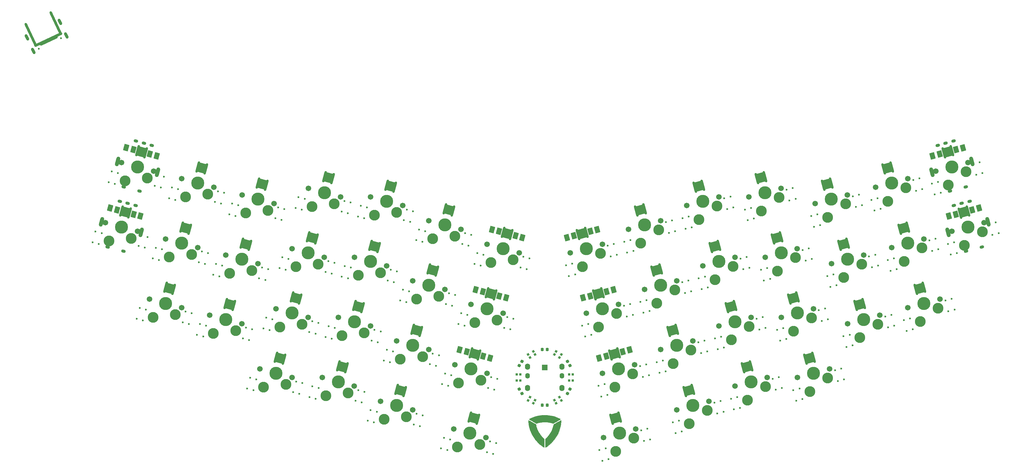
<source format=gbr>
%TF.GenerationSoftware,KiCad,Pcbnew,8.0.6*%
%TF.CreationDate,2024-12-13T19:23:41-05:00*%
%TF.ProjectId,10133,31303133-332e-46b6-9963-61645f706362,rev?*%
%TF.SameCoordinates,Original*%
%TF.FileFunction,Soldermask,Top*%
%TF.FilePolarity,Negative*%
%FSLAX46Y46*%
G04 Gerber Fmt 4.6, Leading zero omitted, Abs format (unit mm)*
G04 Created by KiCad (PCBNEW 8.0.6) date 2024-12-13 19:23:41*
%MOMM*%
%LPD*%
G01*
G04 APERTURE LIST*
G04 Aperture macros list*
%AMRoundRect*
0 Rectangle with rounded corners*
0 $1 Rounding radius*
0 $2 $3 $4 $5 $6 $7 $8 $9 X,Y pos of 4 corners*
0 Add a 4 corners polygon primitive as box body*
4,1,4,$2,$3,$4,$5,$6,$7,$8,$9,$2,$3,0*
0 Add four circle primitives for the rounded corners*
1,1,$1+$1,$2,$3*
1,1,$1+$1,$4,$5*
1,1,$1+$1,$6,$7*
1,1,$1+$1,$8,$9*
0 Add four rect primitives between the rounded corners*
20,1,$1+$1,$2,$3,$4,$5,0*
20,1,$1+$1,$4,$5,$6,$7,0*
20,1,$1+$1,$6,$7,$8,$9,0*
20,1,$1+$1,$8,$9,$2,$3,0*%
%AMHorizOval*
0 Thick line with rounded ends*
0 $1 width*
0 $2 $3 position (X,Y) of the first rounded end (center of the circle)*
0 $4 $5 position (X,Y) of the second rounded end (center of the circle)*
0 Add line between two ends*
20,1,$1,$2,$3,$4,$5,0*
0 Add two circle primitives to create the rounded ends*
1,1,$1,$2,$3*
1,1,$1,$4,$5*%
%AMRotRect*
0 Rectangle, with rotation*
0 The origin of the aperture is its center*
0 $1 length*
0 $2 width*
0 $3 Rotation angle, in degrees counterclockwise*
0 Add horizontal line*
21,1,$1,$2,0,0,$3*%
G04 Aperture macros list end*
%ADD10C,0.010000*%
%ADD11O,1.600000X1.900000*%
%ADD12O,1.400000X1.700000*%
%ADD13C,2.700000*%
%ADD14RotRect,1.500000X2.000000X15.000000*%
%ADD15RoundRect,0.225000X0.225000X0.250000X-0.225000X0.250000X-0.225000X-0.250000X0.225000X-0.250000X0*%
%ADD16HorizOval,1.200000X0.232937X0.869333X-0.232937X-0.869333X0*%
%ADD17HorizOval,0.900000X-0.241481X0.064705X0.241481X-0.064705X0*%
%ADD18RotRect,0.700000X0.700000X150.000000*%
%ADD19R,0.700000X0.700000*%
%ADD20RoundRect,0.225000X-0.104006X0.319856X-0.329006X-0.069856X0.104006X-0.319856X0.329006X0.069856X0*%
%ADD21RotRect,0.700000X0.700000X210.000000*%
%ADD22RotRect,1.500000X2.000000X345.000000*%
%ADD23RotRect,0.700000X0.700000X30.000000*%
%ADD24RoundRect,0.225000X0.329006X-0.069856X0.104006X0.319856X-0.329006X0.069856X-0.104006X-0.319856X0*%
%ADD25RoundRect,0.225000X-0.225000X-0.250000X0.225000X-0.250000X0.225000X0.250000X-0.225000X0.250000X0*%
%ADD26HorizOval,1.200000X-0.232937X0.869333X0.232937X-0.869333X0*%
%ADD27HorizOval,0.900000X0.241481X0.064705X-0.241481X-0.064705X0*%
%ADD28RotRect,0.700000X0.700000X330.000000*%
%ADD29RoundRect,0.225000X-0.329006X0.069856X-0.104006X-0.319856X0.329006X-0.069856X0.104006X0.319856X0*%
%ADD30RoundRect,0.225000X0.104006X-0.319856X0.329006X0.069856X-0.104006X0.319856X-0.329006X-0.069856X0*%
%ADD31C,1.701800*%
%ADD32C,3.987800*%
%ADD33C,3.300000*%
%ADD34C,0.600000*%
%ADD35HorizOval,0.750000X0.362347X-1.352296X-0.362347X1.352296X0*%
%ADD36HorizOval,0.725000X1.195333X0.320289X-1.195333X-0.320289X0*%
%ADD37C,2.000000*%
%ADD38C,2.500000*%
%ADD39HorizOval,0.750000X-0.362347X-1.352296X0.362347X1.352296X0*%
%ADD40HorizOval,0.725000X1.195333X-0.320289X-1.195333X0.320289X0*%
%ADD41HorizOval,0.750000X0.362347X1.352296X-0.362347X-1.352296X0*%
%ADD42HorizOval,0.725000X-1.195333X0.320289X1.195333X-0.320289X0*%
%ADD43HorizOval,0.750000X-0.362347X1.352296X0.362347X-1.352296X0*%
%ADD44HorizOval,0.725000X-1.195333X-0.320289X1.195333X0.320289X0*%
%ADD45R,1.700000X1.700000*%
%ADD46HorizOval,0.800000X1.533374X-3.257110X-1.533374X3.257110X0*%
%ADD47HorizOval,0.800000X3.890437X1.831530X-3.890437X-1.831530X0*%
%ADD48HorizOval,0.800000X2.352357X1.107437X-2.352357X-1.107437X0*%
%ADD49HorizOval,0.900000X-0.244914X0.520233X0.244914X-0.520233X0*%
G04 APERTURE END LIST*
D10*
%TO.C,G\u002A\u002A\u002A*%
X-4926391Y-30520105D02*
X-4899663Y-30530641D01*
X-4839774Y-30560644D01*
X-4750121Y-30608232D01*
X-4634098Y-30671524D01*
X-4495102Y-30748638D01*
X-4336527Y-30837692D01*
X-4161769Y-30936805D01*
X-3974225Y-31044094D01*
X-3809167Y-31139230D01*
X-2740250Y-31757416D01*
X-2653603Y-32106666D01*
X-2585553Y-32369822D01*
X-2518747Y-32603533D01*
X-2449261Y-32820371D01*
X-2373170Y-33032908D01*
X-2327165Y-33152316D01*
X-2103771Y-33667321D01*
X-1848790Y-34157188D01*
X-1560335Y-34624758D01*
X-1236524Y-35072872D01*
X-875472Y-35504371D01*
X-517750Y-35880241D01*
X-157917Y-36237215D01*
X-152126Y-37450081D01*
X-151163Y-37731844D01*
X-151101Y-37981488D01*
X-151923Y-38197508D01*
X-153610Y-38378397D01*
X-156143Y-38522650D01*
X-159505Y-38628761D01*
X-163678Y-38695224D01*
X-167477Y-38718557D01*
X-200397Y-38764143D01*
X-237629Y-38774166D01*
X-270720Y-38762710D01*
X-331760Y-38730960D01*
X-413979Y-38682844D01*
X-510606Y-38622290D01*
X-593345Y-38567791D01*
X-1114586Y-38194364D01*
X-1601395Y-37798205D01*
X-2056618Y-37376641D01*
X-2483101Y-36926999D01*
X-2883693Y-36446606D01*
X-2965987Y-36340000D01*
X-3339812Y-35814576D01*
X-3678002Y-35267454D01*
X-3979766Y-34700767D01*
X-4244312Y-34116652D01*
X-4470848Y-33517246D01*
X-4658582Y-32904683D01*
X-4806721Y-32281100D01*
X-4914475Y-31648632D01*
X-4981051Y-31009416D01*
X-4989194Y-30883710D01*
X-4995799Y-30749782D01*
X-4997008Y-30652479D01*
X-4991877Y-30586330D01*
X-4979459Y-30545862D01*
X-4958810Y-30525602D01*
X-4928985Y-30520079D01*
X-4926391Y-30520105D01*
G36*
X-4926391Y-30520105D02*
G01*
X-4899663Y-30530641D01*
X-4839774Y-30560644D01*
X-4750121Y-30608232D01*
X-4634098Y-30671524D01*
X-4495102Y-30748638D01*
X-4336527Y-30837692D01*
X-4161769Y-30936805D01*
X-3974225Y-31044094D01*
X-3809167Y-31139230D01*
X-2740250Y-31757416D01*
X-2653603Y-32106666D01*
X-2585553Y-32369822D01*
X-2518747Y-32603533D01*
X-2449261Y-32820371D01*
X-2373170Y-33032908D01*
X-2327165Y-33152316D01*
X-2103771Y-33667321D01*
X-1848790Y-34157188D01*
X-1560335Y-34624758D01*
X-1236524Y-35072872D01*
X-875472Y-35504371D01*
X-517750Y-35880241D01*
X-157917Y-36237215D01*
X-152126Y-37450081D01*
X-151163Y-37731844D01*
X-151101Y-37981488D01*
X-151923Y-38197508D01*
X-153610Y-38378397D01*
X-156143Y-38522650D01*
X-159505Y-38628761D01*
X-163678Y-38695224D01*
X-167477Y-38718557D01*
X-200397Y-38764143D01*
X-237629Y-38774166D01*
X-270720Y-38762710D01*
X-331760Y-38730960D01*
X-413979Y-38682844D01*
X-510606Y-38622290D01*
X-593345Y-38567791D01*
X-1114586Y-38194364D01*
X-1601395Y-37798205D01*
X-2056618Y-37376641D01*
X-2483101Y-36926999D01*
X-2883693Y-36446606D01*
X-2965987Y-36340000D01*
X-3339812Y-35814576D01*
X-3678002Y-35267454D01*
X-3979766Y-34700767D01*
X-4244312Y-34116652D01*
X-4470848Y-33517246D01*
X-4658582Y-32904683D01*
X-4806721Y-32281100D01*
X-4914475Y-31648632D01*
X-4981051Y-31009416D01*
X-4989194Y-30883710D01*
X-4995799Y-30749782D01*
X-4997008Y-30652479D01*
X-4991877Y-30586330D01*
X-4979459Y-30545862D01*
X-4958810Y-30525602D01*
X-4928985Y-30520079D01*
X-4926391Y-30520105D01*
G37*
X4963361Y-30522899D02*
X4985855Y-30537755D01*
X5000093Y-30569215D01*
X5006973Y-30622764D01*
X5007391Y-30703884D01*
X5002245Y-30818060D01*
X4996277Y-30913590D01*
X4932576Y-31565068D01*
X4828746Y-32205142D01*
X4685629Y-32832345D01*
X4504069Y-33445211D01*
X4284910Y-34042273D01*
X4028995Y-34622065D01*
X3737167Y-35183121D01*
X3410270Y-35723975D01*
X3049148Y-36243159D01*
X2654643Y-36739209D01*
X2227600Y-37210657D01*
X1768862Y-37656038D01*
X1279272Y-38073885D01*
X759674Y-38462731D01*
X585017Y-38582260D01*
X456527Y-38665810D01*
X357097Y-38724438D01*
X282878Y-38759853D01*
X230021Y-38773762D01*
X194676Y-38767872D01*
X184277Y-38760055D01*
X181733Y-38736907D01*
X179337Y-38675158D01*
X177129Y-38578541D01*
X175152Y-38450789D01*
X173446Y-38295635D01*
X172053Y-38116810D01*
X171014Y-37918048D01*
X170372Y-37703080D01*
X170166Y-37489007D01*
X170166Y-36232070D01*
X547084Y-35857410D01*
X946937Y-35432434D01*
X1308402Y-34990207D01*
X1632196Y-34529458D01*
X1919034Y-34048915D01*
X2169632Y-33547307D01*
X2384706Y-33023362D01*
X2564972Y-32475807D01*
X2667786Y-32090365D01*
X2695124Y-31979429D01*
X2719434Y-31883806D01*
X2738823Y-31810700D01*
X2751401Y-31767318D01*
X2754862Y-31758582D01*
X2778738Y-31742426D01*
X2835144Y-31708043D01*
X2920114Y-31657689D01*
X3029684Y-31593624D01*
X3159887Y-31518104D01*
X3306759Y-31433387D01*
X3466334Y-31341731D01*
X3634646Y-31245394D01*
X3807730Y-31146634D01*
X3981621Y-31047708D01*
X4152354Y-30950874D01*
X4315962Y-30858390D01*
X4468481Y-30772513D01*
X4605945Y-30695502D01*
X4724389Y-30629613D01*
X4819847Y-30577106D01*
X4888354Y-30540237D01*
X4925945Y-30521264D01*
X4931712Y-30519166D01*
X4963361Y-30522899D01*
G36*
X4963361Y-30522899D02*
G01*
X4985855Y-30537755D01*
X5000093Y-30569215D01*
X5006973Y-30622764D01*
X5007391Y-30703884D01*
X5002245Y-30818060D01*
X4996277Y-30913590D01*
X4932576Y-31565068D01*
X4828746Y-32205142D01*
X4685629Y-32832345D01*
X4504069Y-33445211D01*
X4284910Y-34042273D01*
X4028995Y-34622065D01*
X3737167Y-35183121D01*
X3410270Y-35723975D01*
X3049148Y-36243159D01*
X2654643Y-36739209D01*
X2227600Y-37210657D01*
X1768862Y-37656038D01*
X1279272Y-38073885D01*
X759674Y-38462731D01*
X585017Y-38582260D01*
X456527Y-38665810D01*
X357097Y-38724438D01*
X282878Y-38759853D01*
X230021Y-38773762D01*
X194676Y-38767872D01*
X184277Y-38760055D01*
X181733Y-38736907D01*
X179337Y-38675158D01*
X177129Y-38578541D01*
X175152Y-38450789D01*
X173446Y-38295635D01*
X172053Y-38116810D01*
X171014Y-37918048D01*
X170372Y-37703080D01*
X170166Y-37489007D01*
X170166Y-36232070D01*
X547084Y-35857410D01*
X946937Y-35432434D01*
X1308402Y-34990207D01*
X1632196Y-34529458D01*
X1919034Y-34048915D01*
X2169632Y-33547307D01*
X2384706Y-33023362D01*
X2564972Y-32475807D01*
X2667786Y-32090365D01*
X2695124Y-31979429D01*
X2719434Y-31883806D01*
X2738823Y-31810700D01*
X2751401Y-31767318D01*
X2754862Y-31758582D01*
X2778738Y-31742426D01*
X2835144Y-31708043D01*
X2920114Y-31657689D01*
X3029684Y-31593624D01*
X3159887Y-31518104D01*
X3306759Y-31433387D01*
X3466334Y-31341731D01*
X3634646Y-31245394D01*
X3807730Y-31146634D01*
X3981621Y-31047708D01*
X4152354Y-30950874D01*
X4315962Y-30858390D01*
X4468481Y-30772513D01*
X4605945Y-30695502D01*
X4724389Y-30629613D01*
X4819847Y-30577106D01*
X4888354Y-30540237D01*
X4925945Y-30521264D01*
X4931712Y-30519166D01*
X4963361Y-30522899D01*
G37*
X556072Y-28925746D02*
X1186509Y-28980694D01*
X1812641Y-29075807D01*
X2432588Y-29211020D01*
X3044474Y-29386268D01*
X3646419Y-29601484D01*
X4236544Y-29856603D01*
X4450230Y-29960452D01*
X4566596Y-30019172D01*
X4650116Y-30062975D01*
X4706013Y-30095459D01*
X4739511Y-30120223D01*
X4755832Y-30140864D01*
X4760201Y-30160980D01*
X4759370Y-30173393D01*
X4754646Y-30186917D01*
X4741697Y-30203571D01*
X4717821Y-30225043D01*
X4680314Y-30253018D01*
X4626476Y-30289183D01*
X4553602Y-30335225D01*
X4458991Y-30392830D01*
X4339939Y-30463684D01*
X4193745Y-30549473D01*
X4017706Y-30651885D01*
X3809119Y-30772605D01*
X3675190Y-30849928D01*
X3479515Y-30962622D01*
X3294555Y-31068741D01*
X3123593Y-31166430D01*
X2969913Y-31253832D01*
X2836796Y-31329089D01*
X2727526Y-31390346D01*
X2645386Y-31435745D01*
X2593659Y-31463429D01*
X2575850Y-31471666D01*
X2548608Y-31465824D01*
X2488907Y-31449793D01*
X2404752Y-31425819D01*
X2304151Y-31396147D01*
X2271172Y-31386232D01*
X1712754Y-31239410D01*
X1149366Y-31134424D01*
X582513Y-31071274D01*
X13699Y-31049958D01*
X-555571Y-31070478D01*
X-1123792Y-31132833D01*
X-1689462Y-31237023D01*
X-2251074Y-31383048D01*
X-2262294Y-31386407D01*
X-2366689Y-31417251D01*
X-2457212Y-31443075D01*
X-2525833Y-31461657D01*
X-2564521Y-31470774D01*
X-2569211Y-31471331D01*
X-2591269Y-31460961D01*
X-2646610Y-31431237D01*
X-2731900Y-31384043D01*
X-2843802Y-31321265D01*
X-2978982Y-31244789D01*
X-3134104Y-31156499D01*
X-3305832Y-31058281D01*
X-3490831Y-30952021D01*
X-3639834Y-30866132D01*
X-3833616Y-30754001D01*
X-4017140Y-30647301D01*
X-4186989Y-30548054D01*
X-4339746Y-30458279D01*
X-4471992Y-30379999D01*
X-4580310Y-30315233D01*
X-4661282Y-30266003D01*
X-4711491Y-30234329D01*
X-4726841Y-30223372D01*
X-4750842Y-30194284D01*
X-4757110Y-30166281D01*
X-4742196Y-30136407D01*
X-4702648Y-30101708D01*
X-4635015Y-30059227D01*
X-4535846Y-30006008D01*
X-4401688Y-29939097D01*
X-4385871Y-29931371D01*
X-4254687Y-29868315D01*
X-4118716Y-29804573D01*
X-3989548Y-29745470D01*
X-3878770Y-29696328D01*
X-3819750Y-29671274D01*
X-3211771Y-29443222D01*
X-2594948Y-29255795D01*
X-1971161Y-29108929D01*
X-1342286Y-29002556D01*
X-710204Y-28936612D01*
X-76791Y-28911031D01*
X556072Y-28925746D01*
G36*
X556072Y-28925746D02*
G01*
X1186509Y-28980694D01*
X1812641Y-29075807D01*
X2432588Y-29211020D01*
X3044474Y-29386268D01*
X3646419Y-29601484D01*
X4236544Y-29856603D01*
X4450230Y-29960452D01*
X4566596Y-30019172D01*
X4650116Y-30062975D01*
X4706013Y-30095459D01*
X4739511Y-30120223D01*
X4755832Y-30140864D01*
X4760201Y-30160980D01*
X4759370Y-30173393D01*
X4754646Y-30186917D01*
X4741697Y-30203571D01*
X4717821Y-30225043D01*
X4680314Y-30253018D01*
X4626476Y-30289183D01*
X4553602Y-30335225D01*
X4458991Y-30392830D01*
X4339939Y-30463684D01*
X4193745Y-30549473D01*
X4017706Y-30651885D01*
X3809119Y-30772605D01*
X3675190Y-30849928D01*
X3479515Y-30962622D01*
X3294555Y-31068741D01*
X3123593Y-31166430D01*
X2969913Y-31253832D01*
X2836796Y-31329089D01*
X2727526Y-31390346D01*
X2645386Y-31435745D01*
X2593659Y-31463429D01*
X2575850Y-31471666D01*
X2548608Y-31465824D01*
X2488907Y-31449793D01*
X2404752Y-31425819D01*
X2304151Y-31396147D01*
X2271172Y-31386232D01*
X1712754Y-31239410D01*
X1149366Y-31134424D01*
X582513Y-31071274D01*
X13699Y-31049958D01*
X-555571Y-31070478D01*
X-1123792Y-31132833D01*
X-1689462Y-31237023D01*
X-2251074Y-31383048D01*
X-2262294Y-31386407D01*
X-2366689Y-31417251D01*
X-2457212Y-31443075D01*
X-2525833Y-31461657D01*
X-2564521Y-31470774D01*
X-2569211Y-31471331D01*
X-2591269Y-31460961D01*
X-2646610Y-31431237D01*
X-2731900Y-31384043D01*
X-2843802Y-31321265D01*
X-2978982Y-31244789D01*
X-3134104Y-31156499D01*
X-3305832Y-31058281D01*
X-3490831Y-30952021D01*
X-3639834Y-30866132D01*
X-3833616Y-30754001D01*
X-4017140Y-30647301D01*
X-4186989Y-30548054D01*
X-4339746Y-30458279D01*
X-4471992Y-30379999D01*
X-4580310Y-30315233D01*
X-4661282Y-30266003D01*
X-4711491Y-30234329D01*
X-4726841Y-30223372D01*
X-4750842Y-30194284D01*
X-4757110Y-30166281D01*
X-4742196Y-30136407D01*
X-4702648Y-30101708D01*
X-4635015Y-30059227D01*
X-4535846Y-30006008D01*
X-4401688Y-29939097D01*
X-4385871Y-29931371D01*
X-4254687Y-29868315D01*
X-4118716Y-29804573D01*
X-3989548Y-29745470D01*
X-3878770Y-29696328D01*
X-3819750Y-29671274D01*
X-3211771Y-29443222D01*
X-2594948Y-29255795D01*
X-1971161Y-29108929D01*
X-1342286Y-29002556D01*
X-710204Y-28936612D01*
X-76791Y-28911031D01*
X556072Y-28925746D01*
G37*
%TD*%
D11*
%TO.C,S1*%
X-5250000Y-14147000D03*
D12*
X-5250000Y-16947000D03*
D11*
X-5249999Y-20647000D03*
X5249999Y-14147000D03*
D12*
X5250000Y-16947000D03*
D11*
X5250000Y-20647000D03*
%TD*%
D13*
%TO.C,J8*%
X12664555Y21976665D03*
D14*
X8920522Y25903957D03*
X13943336Y27249816D03*
X6759263Y25324850D03*
X16032151Y27809512D03*
%TD*%
D15*
%TO.C,C64*%
X775000Y-8897000D03*
X-775000Y-8897000D03*
%TD*%
D16*
%TO.C,E2*%
X-135320314Y30189543D03*
X-123149648Y26928423D03*
D17*
X-124879025Y35156379D03*
X-129708653Y36450473D03*
X-127293838Y35803427D03*
X-133461529Y22444550D03*
X-128631901Y21150455D03*
%TD*%
D18*
%TO.C,LED54*%
X4517413Y-11335624D03*
X5067413Y-10382996D03*
X3482587Y-9467996D03*
X2932587Y-10420624D03*
%TD*%
D19*
%TO.C,LED52*%
X-7450000Y-16482000D03*
X-8550000Y-16482000D03*
X-8550000Y-18312000D03*
X-7450000Y-18312000D03*
%TD*%
D13*
%TO.C,J7*%
X129233299Y28558589D03*
D14*
X125489266Y32485881D03*
X130512080Y33831740D03*
X123328007Y31906774D03*
X132600895Y34391436D03*
%TD*%
D20*
%TO.C,C69*%
X-6973715Y-12475830D03*
X-7748715Y-13818170D03*
%TD*%
D13*
%TO.C,J11*%
X17595069Y3575731D03*
D14*
X13851036Y7503023D03*
X18873850Y8848882D03*
X11689777Y6923916D03*
X20962665Y9408578D03*
%TD*%
D21*
%TO.C,LED53*%
X-2932587Y-10420624D03*
X-3482587Y-9467996D03*
X-5067413Y-10382996D03*
X-4517413Y-11335624D03*
%TD*%
D13*
%TO.C,J10*%
X-17596571Y3576445D03*
D22*
X-18875352Y8849596D03*
X-13852538Y7503737D03*
X-21036611Y9428704D03*
X-11763724Y6944041D03*
%TD*%
D13*
%TO.C,J6*%
X-129234612Y28559260D03*
D22*
X-130513393Y33832411D03*
X-125490579Y32486552D03*
X-132674652Y34411519D03*
X-123401765Y31926856D03*
%TD*%
D13*
%TO.C,J4*%
X-22527078Y-14824459D03*
D22*
X-23805859Y-9551308D03*
X-18783045Y-10897167D03*
X-25967118Y-8972200D03*
X-16694231Y-11456863D03*
%TD*%
D23*
%TO.C,LED50*%
X2932587Y-24373376D03*
X3482587Y-25326004D03*
X5067413Y-24411004D03*
X4517413Y-23458376D03*
%TD*%
D24*
%TO.C,C65*%
X7748715Y-13818170D03*
X6973715Y-12475830D03*
%TD*%
D19*
%TO.C,LED49*%
X7450000Y-18312000D03*
X8550000Y-18312000D03*
X8550000Y-16482000D03*
X7450000Y-16482000D03*
%TD*%
D13*
%TO.C,J3*%
X22525585Y-14825202D03*
D14*
X18781552Y-10897910D03*
X23804366Y-9552051D03*
X16620293Y-11477017D03*
X25893181Y-8992355D03*
%TD*%
D13*
%TO.C,J12*%
X-124304105Y46960163D03*
D22*
X-125582886Y52233314D03*
X-120560072Y50887455D03*
X-127744145Y52812422D03*
X-118471258Y50327759D03*
%TD*%
D25*
%TO.C,C67*%
X-775000Y-25897000D03*
X775000Y-25897000D03*
%TD*%
D13*
%TO.C,J9*%
X124302784Y46959523D03*
D14*
X120558751Y50886815D03*
X125581565Y52232674D03*
X118397492Y50307708D03*
X127670380Y52792370D03*
%TD*%
D26*
%TO.C,E4*%
X123148374Y26928422D03*
X135319040Y30189542D03*
D27*
X129707378Y36450474D03*
X124877749Y35156379D03*
X127292564Y35803426D03*
X128630625Y21150454D03*
X133460255Y22444549D03*
%TD*%
D26*
%TO.C,E3*%
X118217871Y45329325D03*
X130388537Y48590445D03*
D27*
X124776875Y54851377D03*
X119947246Y53557282D03*
X122362061Y54204329D03*
X123700122Y39551357D03*
X128529752Y40845452D03*
%TD*%
D13*
%TO.C,J5*%
X-12666065Y21977346D03*
D22*
X-13944846Y27250497D03*
X-8922032Y25904638D03*
X-16106105Y27829605D03*
X-6833218Y25344942D03*
%TD*%
D28*
%TO.C,LED51*%
X-4517413Y-23458376D03*
X-5067413Y-24411004D03*
X-3482587Y-25326004D03*
X-2932587Y-24373376D03*
%TD*%
D29*
%TO.C,C68*%
X-7748715Y-20975830D03*
X-6973715Y-22318170D03*
%TD*%
D30*
%TO.C,C66*%
X6973715Y-22318170D03*
X7748715Y-20975830D03*
%TD*%
D16*
%TO.C,E1*%
X-130389809Y48590445D03*
X-118219143Y45329325D03*
D17*
X-119948520Y53557281D03*
X-124778148Y54851375D03*
X-122363333Y54204329D03*
X-128531024Y40845452D03*
X-123701396Y39551357D03*
%TD*%
D31*
%TO.C,K37*%
X-129211379Y48274686D03*
D32*
X-124304476Y46959885D03*
D31*
X-119397573Y45645084D03*
D33*
X-121281699Y43520334D03*
D34*
X-118156434Y44442890D03*
X-119036882Y41157003D03*
X-116282071Y43942520D03*
X-117162987Y40654894D03*
X-133071892Y42289933D03*
X-132191440Y45575821D03*
X-130317544Y45073712D03*
X-131198460Y41786088D03*
D33*
X-128072728Y42710382D03*
%TD*%
D31*
%TO.C,K7*%
X7758154Y20662266D03*
D32*
X12665057Y21977067D03*
D31*
X17571960Y23291868D03*
D33*
X17002635Y20509715D03*
D34*
X20128366Y19585420D03*
X19247916Y22871307D03*
X21121345Y23375154D03*
X22002263Y20087529D03*
X6526778Y16834950D03*
X7407229Y13549064D03*
X8400674Y17337059D03*
X9281591Y14049434D03*
D33*
X11526406Y16412764D03*
%TD*%
D31*
%TO.C,K40*%
X-67934037Y-17449597D03*
D32*
X-63027134Y-18764398D03*
D31*
X-58120231Y-20079199D03*
D33*
X-60004357Y-22203949D03*
D34*
X-56879092Y-21281393D03*
X-57759540Y-24567280D03*
X-55004729Y-21781763D03*
X-55885645Y-25069389D03*
X-71794550Y-23434350D03*
X-70914098Y-20148462D03*
X-69040202Y-20650571D03*
X-69921118Y-23938195D03*
D33*
X-66795386Y-23013901D03*
%TD*%
D31*
%TO.C,K36*%
X110856408Y3912772D03*
D32*
X115763311Y5227573D03*
D31*
X120670214Y6542374D03*
D33*
X120100889Y3760221D03*
D34*
X123226620Y2835926D03*
X122346170Y6121813D03*
X124219599Y6625660D03*
X125100517Y3338035D03*
X109625032Y85456D03*
X110505483Y-3200430D03*
X111498928Y587565D03*
X112379845Y-2700060D03*
D33*
X114624660Y-336730D03*
%TD*%
D35*
%TO.C,LED26*%
X42776536Y-21725264D03*
D36*
X43726625Y-20344825D03*
D37*
X44008091Y-21395270D03*
D38*
X44008091Y-21395270D03*
D36*
X44008091Y-21395270D03*
X44008091Y-21395270D03*
X44289557Y-22445715D03*
D35*
X45239646Y-21065276D03*
%TD*%
D39*
%TO.C,LED9*%
X-110832639Y28558972D03*
D40*
X-109319619Y29279421D03*
D37*
X-109601084Y28228978D03*
D38*
X-109601084Y28228978D03*
D40*
X-109601084Y28228978D03*
X-109601084Y28228978D03*
X-109882549Y27178535D03*
D39*
X-108369529Y27898984D03*
%TD*%
D35*
%TO.C,LED37*%
X50700124Y22307234D03*
D36*
X51650213Y23687673D03*
D37*
X51931679Y22637228D03*
D38*
X51931679Y22637228D03*
D36*
X51931679Y22637228D03*
X51931679Y22637228D03*
X52213145Y21586783D03*
D35*
X53163234Y22967222D03*
%TD*%
D41*
%TO.C,LED1*%
X-10201881Y26247578D03*
D42*
X-11714901Y25527129D03*
D37*
X-11433436Y26577572D03*
D38*
X-11433436Y26577572D03*
D42*
X-11433436Y26577572D03*
X-11433436Y26577572D03*
X-11151971Y27628015D03*
D41*
X-12664991Y26907566D03*
%TD*%
D43*
%TO.C,LED33*%
X40309130Y-2664343D03*
D44*
X39359041Y-4044782D03*
D37*
X39077575Y-2994337D03*
D38*
X39077575Y-2994337D03*
D44*
X39077575Y-2994337D03*
X39077575Y-2994337D03*
X38796109Y-1943892D03*
D43*
X37846020Y-3324331D03*
%TD*%
D31*
%TO.C,K19*%
X12688762Y2261365D03*
D32*
X17595665Y3576166D03*
D31*
X22502568Y4890967D03*
D33*
X21933243Y2108814D03*
D34*
X25058974Y1184519D03*
X24178524Y4470406D03*
X26051953Y4974253D03*
X26932871Y1686628D03*
X11457386Y-1565951D03*
X12337837Y-4851837D03*
X13331282Y-1063842D03*
X14212199Y-4351467D03*
D33*
X16457014Y-1988137D03*
%TD*%
D31*
%TO.C,K47*%
X124326804Y27244181D03*
D32*
X129233707Y28558982D03*
D31*
X134140610Y29873783D03*
D33*
X133571285Y27091630D03*
D34*
X136697016Y26167335D03*
X135816566Y29453222D03*
X137689995Y29957069D03*
X138570913Y26669444D03*
X123095428Y23416865D03*
X123975879Y20130979D03*
X124969324Y23918974D03*
X125850241Y20631349D03*
D33*
X128095056Y22994679D03*
%TD*%
D43*
%TO.C,LED43*%
X105900777Y46959235D03*
D44*
X104950688Y45578796D03*
D37*
X104669222Y46629241D03*
D38*
X104669222Y46629241D03*
D44*
X104669222Y46629241D03*
X104669222Y46629241D03*
X104387756Y47679686D03*
D43*
X103437667Y46299247D03*
%TD*%
D39*
%TO.C,LED10*%
X-92431736Y23628465D03*
D40*
X-90918716Y24348914D03*
D37*
X-91200181Y23298471D03*
D38*
X-91200181Y23298471D03*
D40*
X-91200181Y23298471D03*
X-91200181Y23298471D03*
X-91481646Y22248028D03*
D39*
X-89968626Y22968477D03*
%TD*%
D43*
%TO.C,LED47*%
X30448100Y34137524D03*
D44*
X29498011Y32757085D03*
D37*
X29216545Y33807530D03*
D38*
X29216545Y33807530D03*
D44*
X29216545Y33807530D03*
X29216545Y33807530D03*
X28935079Y34857975D03*
D43*
X27984990Y33477536D03*
%TD*%
D35*
%TO.C,LED39*%
X89967249Y22967798D03*
D36*
X90917338Y24348237D03*
D37*
X91198804Y23297792D03*
D38*
X91198804Y23297792D03*
D36*
X91198804Y23297792D03*
X91198804Y23297792D03*
X91480270Y22247347D03*
D35*
X92430359Y23627786D03*
%TD*%
D31*
%TO.C,K32*%
X35403860Y-8908915D03*
D32*
X40310763Y-7594114D03*
D31*
X45217666Y-6279313D03*
D33*
X44648341Y-9061466D03*
D34*
X47774072Y-9985761D03*
X46893622Y-6699874D03*
X48767051Y-6196027D03*
X49647969Y-9483652D03*
X34172484Y-12736231D03*
X35052935Y-16022117D03*
X36046380Y-12234122D03*
X36927297Y-15521747D03*
D33*
X39172112Y-13158417D03*
%TD*%
D31*
%TO.C,K43*%
X17949553Y-35773066D03*
D32*
X22856456Y-34458265D03*
D31*
X27763359Y-33143464D03*
D33*
X27194034Y-35925617D03*
D34*
X30319765Y-36849912D03*
X29439315Y-33564025D03*
X31312744Y-33060178D03*
X32193662Y-36347803D03*
X16718177Y-39600382D03*
X17598628Y-42886268D03*
X18592073Y-39098273D03*
X19472990Y-42385898D03*
D33*
X21717805Y-40022568D03*
%TD*%
D43*
%TO.C,LED30*%
X97360873Y5226853D03*
D44*
X96410784Y3846414D03*
D37*
X96129318Y4896859D03*
D38*
X96129318Y4896859D03*
D44*
X96129318Y4896859D03*
X96129318Y4896859D03*
X95847852Y5947304D03*
D43*
X94897763Y4566865D03*
%TD*%
D41*
%TO.C,LED3*%
X-45771454Y40708637D03*
D42*
X-47284474Y39988188D03*
D37*
X-47003009Y41038631D03*
D38*
X-47003009Y41038631D03*
D42*
X-47003009Y41038631D03*
X-47003009Y41038631D03*
X-46721544Y42089074D03*
D41*
X-48234564Y41368625D03*
%TD*%
D31*
%TO.C,K27*%
X-82020746Y3581700D03*
D32*
X-77113843Y2266899D03*
D31*
X-72206940Y952098D03*
D33*
X-74091066Y-1172652D03*
D34*
X-70965801Y-250096D03*
X-71846249Y-3535983D03*
X-69091438Y-750466D03*
X-69972354Y-4038092D03*
X-85881259Y-2403053D03*
X-85000807Y882835D03*
X-83126911Y380726D03*
X-84007827Y-2906898D03*
D33*
X-80882095Y-1982604D03*
%TD*%
D31*
%TO.C,K3*%
X-72159732Y40383504D03*
D32*
X-67252829Y39068703D03*
D31*
X-62345926Y37753902D03*
D33*
X-64230052Y35629152D03*
D34*
X-61104787Y36551708D03*
X-61985235Y33265821D03*
X-59230424Y36051338D03*
X-60111340Y32763712D03*
X-76020245Y34398751D03*
X-75139793Y37684639D03*
X-73265897Y37182530D03*
X-74146813Y33894906D03*
D33*
X-71021081Y34819200D03*
%TD*%
D31*
%TO.C,K10*%
X62344650Y37753901D03*
D32*
X67251553Y39068702D03*
D31*
X72158456Y40383503D03*
D33*
X71589131Y37601350D03*
D34*
X74714862Y36677055D03*
X73834412Y39962942D03*
X75707841Y40466789D03*
X76588759Y37179164D03*
X61113274Y33926585D03*
X61993725Y30640699D03*
X62987170Y34428694D03*
X63868087Y31141069D03*
D33*
X66112902Y33504399D03*
%TD*%
D31*
%TO.C,K44*%
X40334366Y-27309817D03*
D32*
X45241269Y-25995016D03*
D31*
X50148172Y-24680215D03*
D33*
X49578847Y-27462368D03*
D34*
X52704578Y-28386663D03*
X51824128Y-25100776D03*
X53697557Y-24596929D03*
X54578475Y-27884554D03*
X39102990Y-31137133D03*
X39983441Y-34423019D03*
X40976886Y-30635024D03*
X41857803Y-33922649D03*
D33*
X44102618Y-31559319D03*
%TD*%
D43*
%TO.C,LED46*%
X48232719Y41368157D03*
D44*
X47282630Y39987718D03*
D37*
X47001164Y41038163D03*
D38*
X47001164Y41038163D03*
D44*
X47001164Y41038163D03*
X47001164Y41038163D03*
X46719698Y42088608D03*
D43*
X45769609Y40708169D03*
%TD*%
D31*
%TO.C,K22*%
X67275157Y19352999D03*
D32*
X72182060Y20667800D03*
D31*
X77088963Y21982601D03*
D33*
X76519638Y19200448D03*
D34*
X79645369Y18276153D03*
X78764919Y21562040D03*
X80638348Y22065887D03*
X81519266Y18778262D03*
X66043781Y15525683D03*
X66924232Y12239797D03*
X67917677Y16027792D03*
X68798594Y12740167D03*
D33*
X71043409Y15103497D03*
%TD*%
D41*
%TO.C,LED7*%
X-121839924Y51230394D03*
D42*
X-123352944Y50509945D03*
D37*
X-123071479Y51560388D03*
D38*
X-123071479Y51560388D03*
D42*
X-123071479Y51560388D03*
X-123071479Y51560388D03*
X-122790014Y52610831D03*
D41*
X-124303034Y51890382D03*
%TD*%
D39*
%TO.C,LED21*%
X-82042907Y-11203508D03*
D40*
X-80529887Y-10483059D03*
D37*
X-80811352Y-11533502D03*
D38*
X-80811352Y-11533502D03*
D40*
X-80811352Y-11533502D03*
X-80811352Y-11533502D03*
X-81092817Y-12583945D03*
D39*
X-79579797Y-11863496D03*
%TD*%
D31*
%TO.C,K1*%
X-110810477Y43344179D03*
D32*
X-105903574Y42029378D03*
D31*
X-100996671Y40714577D03*
D33*
X-102880797Y38589827D03*
D34*
X-99755532Y39512383D03*
X-100635980Y36226496D03*
X-97881169Y39012013D03*
X-98762085Y35724387D03*
X-114670990Y37359426D03*
X-113790538Y40645314D03*
X-111916642Y40143205D03*
X-112797558Y36855581D03*
D33*
X-109671826Y37779875D03*
%TD*%
D41*
%TO.C,LED5*%
X-85038119Y41369380D03*
D42*
X-86551139Y40648931D03*
D37*
X-86269674Y41699374D03*
D38*
X-86269674Y41699374D03*
D42*
X-86269674Y41699374D03*
X-86269674Y41699374D03*
X-85988209Y42749817D03*
D41*
X-87501229Y42029368D03*
%TD*%
D39*
%TO.C,LED12*%
X-53164677Y22967903D03*
D40*
X-51651657Y23688352D03*
D37*
X-51933122Y22637909D03*
D38*
X-51933122Y22637909D03*
D40*
X-51933122Y22637909D03*
X-51933122Y22637909D03*
X-52214587Y21587466D03*
D39*
X-50701567Y22307915D03*
%TD*%
D35*
%TO.C,LED40*%
X108368182Y27898313D03*
D36*
X109318271Y29278752D03*
D37*
X109599737Y28228307D03*
D38*
X109599737Y28228307D03*
D36*
X109599737Y28228307D03*
X109599737Y28228307D03*
X109881203Y27177862D03*
D35*
X110831292Y28558301D03*
%TD*%
D31*
%TO.C,K45*%
X58118955Y-20079200D03*
D32*
X63025858Y-18764399D03*
D31*
X67932761Y-17449598D03*
D33*
X67363436Y-20231751D03*
D34*
X70489167Y-21156046D03*
X69608717Y-17870159D03*
X71482146Y-17366312D03*
X72363064Y-20653937D03*
X56887579Y-23906516D03*
X57768030Y-27192402D03*
X58761475Y-23404407D03*
X59642392Y-26692032D03*
D33*
X61887207Y-24328702D03*
%TD*%
D43*
%TO.C,LED44*%
X87499843Y42028720D03*
D44*
X86549754Y40648281D03*
D37*
X86268288Y41698726D03*
D38*
X86268288Y41698726D03*
D44*
X86268288Y41698726D03*
X86268288Y41698726D03*
X85986822Y42749171D03*
D43*
X85036733Y41368732D03*
%TD*%
%TO.C,LED32*%
X58093749Y4566289D03*
D44*
X57143660Y3185850D03*
D37*
X56862194Y4236295D03*
D38*
X56862194Y4236295D03*
D44*
X56862194Y4236295D03*
X56862194Y4236295D03*
X56580728Y5286740D03*
D43*
X55630639Y3906301D03*
%TD*%
D39*
%TO.C,LED22*%
X-63025691Y-13833902D03*
D40*
X-61512671Y-13113453D03*
D37*
X-61794136Y-14163896D03*
D38*
X-61794136Y-14163896D03*
D40*
X-61794136Y-14163896D03*
X-61794136Y-14163896D03*
X-62075601Y-15214339D03*
D39*
X-60562581Y-14493890D03*
%TD*%
D31*
%TO.C,K18*%
X-22503741Y4890980D03*
D32*
X-17596838Y3576179D03*
D31*
X-12689935Y2261378D03*
D33*
X-14574061Y136628D03*
D34*
X-11448796Y1059184D03*
X-12329244Y-2226703D03*
X-9574433Y558814D03*
X-10455349Y-2728812D03*
X-26364254Y-1093773D03*
X-25483802Y2192115D03*
X-23609906Y1690006D03*
X-24490822Y-1597618D03*
D33*
X-21365090Y-673324D03*
%TD*%
D39*
%TO.C,LED11*%
X-72181891Y25598297D03*
D40*
X-70668871Y26318746D03*
D37*
X-70950336Y25268303D03*
D38*
X-70950336Y25268303D03*
D40*
X-70950336Y25268303D03*
X-70950336Y25268303D03*
X-71231801Y24217860D03*
D39*
X-69718781Y24938309D03*
%TD*%
D31*
%TO.C,K41*%
X-50149446Y-24680216D03*
D32*
X-45242543Y-25995017D03*
D31*
X-40335640Y-27309818D03*
D33*
X-42219766Y-29434568D03*
D34*
X-39094501Y-28512012D03*
X-39974949Y-31797899D03*
X-37220138Y-29012382D03*
X-38101054Y-32300008D03*
X-54009959Y-30664969D03*
X-53129507Y-27379081D03*
X-51255611Y-27881190D03*
X-52136527Y-31168814D03*
D33*
X-49010795Y-30244520D03*
%TD*%
D41*
%TO.C,LED16*%
X-37847485Y-3323609D03*
D42*
X-39360505Y-4044058D03*
D37*
X-39079040Y-2993615D03*
D38*
X-39079040Y-2993615D03*
D42*
X-39079040Y-2993615D03*
X-39079040Y-2993615D03*
X-38797575Y-1943172D03*
D41*
X-40310595Y-2663621D03*
%TD*%
D31*
%TO.C,K13*%
X-115740984Y24943277D03*
D32*
X-110834081Y23628476D03*
D31*
X-105927178Y22313675D03*
D33*
X-107811304Y20188925D03*
D34*
X-104686039Y21111481D03*
X-105566487Y17825594D03*
X-102811676Y20611111D03*
X-103692592Y17323485D03*
X-119601497Y18958524D03*
X-118721045Y22244412D03*
X-116847149Y21742303D03*
X-117728065Y18454679D03*
D33*
X-114602333Y19378973D03*
%TD*%
D31*
%TO.C,K14*%
X-97340081Y20012770D03*
D32*
X-92433178Y18697969D03*
D31*
X-87526275Y17383168D03*
D33*
X-89410401Y15258418D03*
D34*
X-86285136Y16180974D03*
X-87165584Y12895087D03*
X-84410773Y15680604D03*
X-85291689Y12392978D03*
X-101200594Y14028017D03*
X-100320142Y17313905D03*
X-98446246Y16811796D03*
X-99327162Y13524172D03*
D33*
X-96201430Y14448466D03*
%TD*%
D31*
%TO.C,K12*%
X100995394Y40714578D03*
D32*
X105902297Y42029379D03*
D31*
X110809200Y43344180D03*
D33*
X110239875Y40562027D03*
D34*
X113365606Y39637732D03*
X112485156Y42923619D03*
X114358585Y43427466D03*
X115239503Y40139841D03*
X99764018Y36887262D03*
X100644469Y33601376D03*
X101637914Y37389371D03*
X102518831Y34101746D03*
D33*
X104763646Y36465076D03*
%TD*%
D31*
%TO.C,K11*%
X82594494Y35784069D03*
D32*
X87501397Y37098870D03*
D31*
X92408300Y38413671D03*
D33*
X91838975Y35631518D03*
D34*
X94964706Y34707223D03*
X94084256Y37993110D03*
X95957685Y38496957D03*
X96838603Y35209332D03*
X81363118Y31956753D03*
X82243569Y28670867D03*
X83237014Y32458862D03*
X84117931Y29171237D03*
D33*
X86362746Y31534567D03*
%TD*%
D35*
%TO.C,LED38*%
X69717371Y24937634D03*
D36*
X70667460Y26318073D03*
D37*
X70948926Y25267628D03*
D38*
X70948926Y25267628D03*
D36*
X70948926Y25267628D03*
X70948926Y25267628D03*
X71230392Y24217183D03*
D35*
X72180481Y25597622D03*
%TD*%
D39*
%TO.C,LED14*%
X-17595498Y8506663D03*
D40*
X-16082478Y9227112D03*
D37*
X-16363943Y8176669D03*
D38*
X-16363943Y8176669D03*
D40*
X-16363943Y8176669D03*
X-16363943Y8176669D03*
X-16645408Y7126226D03*
D39*
X-15132388Y7846675D03*
%TD*%
D31*
%TO.C,K33*%
X53188449Y-1678297D03*
D32*
X58095352Y-363496D03*
D31*
X63002255Y951305D03*
D33*
X62432930Y-1830848D03*
D34*
X65558661Y-2755143D03*
X64678211Y530744D03*
X66551640Y1034591D03*
X67432558Y-2253034D03*
X51957073Y-5505613D03*
X52837524Y-8791499D03*
X53830969Y-5003504D03*
X54711886Y-8291129D03*
D33*
X56956701Y-5927799D03*
%TD*%
D31*
%TO.C,K4*%
X-53142515Y37753110D03*
D32*
X-48235612Y36438309D03*
D31*
X-43328709Y35123508D03*
D33*
X-45212835Y32998758D03*
D34*
X-42087570Y33921314D03*
X-42968018Y30635427D03*
X-40213207Y33420944D03*
X-41094123Y30133318D03*
X-57003028Y31768357D03*
X-56122576Y35054245D03*
X-54248680Y34552136D03*
X-55129596Y31264512D03*
D33*
X-52003864Y32188806D03*
%TD*%
D31*
%TO.C,K48*%
X119396301Y45645084D03*
D32*
X124303204Y46959885D03*
D31*
X129210107Y48274686D03*
D33*
X128640782Y45492533D03*
D34*
X131766513Y44568238D03*
X130886063Y47854125D03*
X132759492Y48357972D03*
X133640410Y45070347D03*
X118164925Y41817768D03*
X119045376Y38531882D03*
X120038821Y42319877D03*
X120919738Y39032252D03*
D33*
X123164553Y41395582D03*
%TD*%
D31*
%TO.C,K8*%
X25542845Y27892889D03*
D32*
X30449748Y29207690D03*
D31*
X35356651Y30522491D03*
D33*
X34787326Y27740338D03*
D34*
X37913057Y26816043D03*
X37032607Y30101930D03*
X38906036Y30605777D03*
X39786954Y27318152D03*
X24311469Y24065573D03*
X25191920Y20779687D03*
X26185365Y24567682D03*
X27066282Y21280057D03*
D33*
X29311097Y23643387D03*
%TD*%
D31*
%TO.C,K16*%
X-58073023Y19352208D03*
D32*
X-53166120Y18037407D03*
D31*
X-48259217Y16722606D03*
D33*
X-50143343Y14597856D03*
D34*
X-47018078Y15520412D03*
X-47898526Y12234525D03*
X-45143715Y15020042D03*
X-46024631Y11732416D03*
X-61933536Y13367455D03*
X-61053084Y16653343D03*
X-59179188Y16151234D03*
X-60060104Y12863610D03*
D33*
X-56934372Y13787904D03*
%TD*%
D31*
%TO.C,K30*%
X-27433540Y-13509904D03*
D32*
X-22526637Y-14824705D03*
D31*
X-17619734Y-16139506D03*
D33*
X-19503860Y-18264256D03*
D34*
X-16378595Y-17341700D03*
X-17259043Y-20627587D03*
X-14504232Y-17842070D03*
X-15385148Y-21129696D03*
X-31294053Y-19494657D03*
X-30413601Y-16208769D03*
X-28539705Y-16710878D03*
X-29420621Y-19998502D03*
D33*
X-26294889Y-19074208D03*
%TD*%
D31*
%TO.C,K5*%
X-35357927Y30522490D03*
D32*
X-30451024Y29207689D03*
D31*
X-25544121Y27892888D03*
D33*
X-27428247Y25768138D03*
D34*
X-24302982Y26690694D03*
X-25183430Y23404807D03*
X-22428619Y26190324D03*
X-23309535Y22902698D03*
X-39218440Y24537737D03*
X-38337988Y27823625D03*
X-36464092Y27321516D03*
X-37345008Y24033892D03*
D33*
X-34219276Y24958186D03*
%TD*%
D31*
%TO.C,K38*%
X-134141884Y29873784D03*
D32*
X-129234981Y28558983D03*
D31*
X-124328078Y27244182D03*
D33*
X-126212204Y25119432D03*
D34*
X-123086939Y26041988D03*
X-123967387Y22756101D03*
X-121212576Y25541618D03*
X-122093492Y22253992D03*
X-138002397Y23889031D03*
X-137121945Y27174919D03*
X-135248049Y26672810D03*
X-136128965Y23385186D03*
D33*
X-133003233Y24309480D03*
%TD*%
D41*
%TO.C,LED4*%
X-64788276Y43339210D03*
D42*
X-66301296Y42618761D03*
D37*
X-66019831Y43669204D03*
D38*
X-66019831Y43669204D03*
D42*
X-66019831Y43669204D03*
X-66019831Y43669204D03*
X-65738366Y44719647D03*
D41*
X-67251386Y43999198D03*
%TD*%
D31*
%TO.C,K20*%
X30473351Y9491986D03*
D32*
X35380254Y10806787D03*
D31*
X40287157Y12121588D03*
D33*
X39717832Y9339435D03*
D34*
X42843563Y8415140D03*
X41963113Y11701027D03*
X43836542Y12204874D03*
X44717460Y8917249D03*
X29241975Y5664670D03*
X30122426Y2378784D03*
X31115871Y6166779D03*
X31996788Y2879154D03*
D33*
X34241603Y5242484D03*
%TD*%
D31*
%TO.C,K46*%
X77136171Y-17448805D03*
D32*
X82043074Y-16134004D03*
D31*
X86949977Y-14819203D03*
D33*
X86380652Y-17601356D03*
D34*
X89506383Y-18525651D03*
X88625933Y-15239764D03*
X90499362Y-14735917D03*
X91380280Y-18023542D03*
X75904795Y-21276121D03*
X76785246Y-24562007D03*
X77778691Y-20774012D03*
X78659608Y-24061637D03*
D33*
X80904423Y-21698307D03*
%TD*%
D31*
%TO.C,K2*%
X-92409572Y38413673D03*
D32*
X-87502669Y37098872D03*
D31*
X-82595766Y35784071D03*
D33*
X-84479892Y33659321D03*
D34*
X-81354627Y34581877D03*
X-82235075Y31295990D03*
X-79480264Y34081507D03*
X-80361180Y30793881D03*
X-96270085Y32428920D03*
X-95389633Y35714808D03*
X-93515737Y35212699D03*
X-94396653Y31925075D03*
D33*
X-91270921Y32849369D03*
%TD*%
D43*
%TO.C,LED31*%
X77110998Y7196688D03*
D44*
X76160909Y5816249D03*
D37*
X75879443Y6866694D03*
D38*
X75879443Y6866694D03*
D44*
X75879443Y6866694D03*
X75879443Y6866694D03*
X75597977Y7917139D03*
D43*
X74647888Y6536700D03*
%TD*%
D31*
%TO.C,K42*%
X-27764633Y-33143465D03*
D32*
X-22857730Y-34458266D03*
D31*
X-17950827Y-35773067D03*
D33*
X-19834953Y-37897817D03*
D34*
X-16709688Y-36975261D03*
X-17590136Y-40261148D03*
X-14835325Y-37475631D03*
X-15716241Y-40763257D03*
X-31625146Y-39128218D03*
X-30744694Y-35842330D03*
X-28870798Y-36344439D03*
X-29751714Y-39632063D03*
D33*
X-26625982Y-38707769D03*
%TD*%
D41*
%TO.C,LED2*%
X-27986472Y33478196D03*
D42*
X-29499492Y32757747D03*
D37*
X-29218027Y33808190D03*
D38*
X-29218027Y33808190D03*
D42*
X-29218027Y33808190D03*
X-29218027Y33808190D03*
X-28936562Y34858633D03*
D41*
X-30449582Y34138184D03*
%TD*%
%TO.C,LED15*%
X-20062896Y-10554227D03*
D42*
X-21575916Y-11274676D03*
D37*
X-21294451Y-10224233D03*
D38*
X-21294451Y-10224233D03*
D42*
X-21294451Y-10224233D03*
X-21294451Y-10224233D03*
X-21012986Y-9173790D03*
D41*
X-22526006Y-9894239D03*
%TD*%
D43*
%TO.C,LED34*%
X22524512Y-9894976D03*
D44*
X21574423Y-11275415D03*
D37*
X21292957Y-10224970D03*
D38*
X21292957Y-10224970D03*
D44*
X21292957Y-10224970D03*
X21292957Y-10224970D03*
X21011491Y-9174525D03*
D43*
X20061402Y-10554964D03*
%TD*%
D39*
%TO.C,LED24*%
X-22856287Y-29527768D03*
D40*
X-21343267Y-28807319D03*
D37*
X-21624732Y-29857762D03*
D38*
X-21624732Y-29857762D03*
D40*
X-21624732Y-29857762D03*
X-21624732Y-29857762D03*
X-21906197Y-30908205D03*
D39*
X-20393177Y-30187756D03*
%TD*%
D41*
%TO.C,LED19*%
X-94899133Y4567574D03*
D42*
X-96412153Y3847125D03*
D37*
X-96130688Y4897568D03*
D38*
X-96130688Y4897568D03*
D42*
X-96130688Y4897568D03*
X-96130688Y4897568D03*
X-95849223Y5948011D03*
D41*
X-97362243Y5227562D03*
%TD*%
%TO.C,LED20*%
X-113300034Y9498082D03*
D42*
X-114813054Y8777633D03*
D37*
X-114531589Y9828076D03*
D38*
X-114531589Y9828076D03*
D42*
X-114531589Y9828076D03*
X-114531589Y9828076D03*
X-114250124Y10878519D03*
D41*
X-115763144Y10158070D03*
%TD*%
D35*
%TO.C,LED25*%
X20391685Y-30188525D03*
D36*
X21341774Y-28808086D03*
D37*
X21623240Y-29858531D03*
D38*
X21623240Y-29858531D03*
D36*
X21623240Y-29858531D03*
X21623240Y-29858531D03*
X21904706Y-30908976D03*
D35*
X22854795Y-29528537D03*
%TD*%
D31*
%TO.C,K15*%
X-77090238Y21982601D03*
D32*
X-72183335Y20667800D03*
D31*
X-67276432Y19352999D03*
D33*
X-69160558Y17228249D03*
D34*
X-66035293Y18150805D03*
X-66915741Y14864918D03*
X-64160930Y17650435D03*
X-65041846Y14362809D03*
X-80950751Y15997848D03*
X-80070299Y19283736D03*
X-78196403Y18781627D03*
X-79077319Y15494003D03*
D33*
X-75951587Y16418297D03*
%TD*%
D31*
%TO.C,K35*%
X92455505Y-1017735D03*
D32*
X97362408Y297066D03*
D31*
X102269311Y1611867D03*
D33*
X101699986Y-1170286D03*
D34*
X104825717Y-2094581D03*
X103945267Y1191306D03*
X105818696Y1695153D03*
X106699614Y-1592472D03*
X91224129Y-4845051D03*
X92104580Y-8130937D03*
X93098025Y-4342942D03*
X93978942Y-7630567D03*
D33*
X96223757Y-5267237D03*
%TD*%
D31*
%TO.C,K39*%
X-86951252Y-14819202D03*
D32*
X-82044349Y-16134003D03*
D31*
X-77137446Y-17448804D03*
D33*
X-79021572Y-19573554D03*
D34*
X-75896307Y-18650998D03*
X-76776755Y-21936885D03*
X-74021944Y-19151368D03*
X-74902860Y-22438994D03*
X-90811765Y-20803955D03*
X-89931313Y-17518067D03*
X-88057417Y-18020176D03*
X-88938333Y-21307800D03*
D33*
X-85812601Y-20383506D03*
%TD*%
D43*
%TO.C,LED48*%
X12663481Y26906892D03*
D44*
X11713392Y25526453D03*
D37*
X11431926Y26576898D03*
D38*
X11431926Y26576898D03*
D44*
X11431926Y26576898D03*
X11431926Y26576898D03*
X11150460Y27627343D03*
D43*
X10200371Y26246904D03*
%TD*%
D31*
%TO.C,K29*%
X-45218941Y-6279313D03*
D32*
X-40312038Y-7594114D03*
D31*
X-35405135Y-8908915D03*
D33*
X-37289261Y-11033665D03*
D34*
X-34163996Y-10111109D03*
X-35044444Y-13396996D03*
X-32289633Y-10611479D03*
X-33170549Y-13899105D03*
X-49079454Y-12264066D03*
X-48199002Y-8978178D03*
X-46325106Y-9480287D03*
X-47206022Y-12767911D03*
D33*
X-44080290Y-11843617D03*
%TD*%
D41*
%TO.C,LED6*%
X-103439021Y46299887D03*
D42*
X-104952041Y45579438D03*
D37*
X-104670576Y46629881D03*
D38*
X-104670576Y46629881D03*
D42*
X-104670576Y46629881D03*
X-104670576Y46629881D03*
X-104389111Y47680324D03*
D41*
X-105902131Y46959875D03*
%TD*%
D31*
%TO.C,K6*%
X-17573234Y23291867D03*
D32*
X-12666331Y21977066D03*
D31*
X-7759428Y20662265D03*
D33*
X-9643554Y18537515D03*
D34*
X-6518289Y19460071D03*
X-7398737Y16174184D03*
X-4643926Y18959701D03*
X-5524842Y15672075D03*
X-21433747Y17307114D03*
X-20553295Y20593002D03*
X-18679399Y20090893D03*
X-19560315Y16803269D03*
D33*
X-16434583Y17727563D03*
%TD*%
D31*
%TO.C,K21*%
X48257942Y16722605D03*
D32*
X53164845Y18037406D03*
D31*
X58071748Y19352207D03*
D33*
X57502423Y16570054D03*
D34*
X60628154Y15645759D03*
X59747704Y18931646D03*
X61621133Y19435493D03*
X62502051Y16147868D03*
X47026566Y12895289D03*
X47907017Y9609403D03*
X48900462Y13397398D03*
X49781379Y10109773D03*
D33*
X52026194Y12473103D03*
%TD*%
D31*
%TO.C,K17*%
X-40288433Y12121588D03*
D32*
X-35381530Y10806787D03*
D31*
X-30474627Y9491986D03*
D33*
X-32358753Y7367236D03*
D34*
X-29233488Y8289792D03*
X-30113936Y5003905D03*
X-27359125Y7789422D03*
X-28240041Y4501796D03*
X-44148946Y6136835D03*
X-43268494Y9422723D03*
X-41394598Y8920614D03*
X-42275514Y5632990D03*
D33*
X-39149782Y6557284D03*
%TD*%
D41*
%TO.C,LED18*%
X-74649290Y6537406D03*
D42*
X-76162310Y5816957D03*
D37*
X-75880845Y6867400D03*
D38*
X-75880845Y6867400D03*
D42*
X-75880845Y6867400D03*
X-75880845Y6867400D03*
X-75599380Y7917843D03*
D41*
X-77112400Y7197394D03*
%TD*%
D31*
%TO.C,K9*%
X43327434Y35123508D03*
D32*
X48234337Y36438309D03*
D31*
X53141240Y37753110D03*
D33*
X52571915Y34970957D03*
D34*
X55697646Y34046662D03*
X54817196Y37332549D03*
X56690625Y37836396D03*
X57571543Y34548771D03*
X42096058Y31296192D03*
X42976509Y28010306D03*
X43969954Y31798301D03*
X44850871Y28510676D03*
D33*
X47095686Y30874006D03*
%TD*%
D31*
%TO.C,K23*%
X87525000Y17383168D03*
D32*
X92431903Y18697969D03*
D31*
X97338806Y20012770D03*
D33*
X96769481Y17230617D03*
D34*
X99895212Y16306322D03*
X99014762Y19592209D03*
X100888191Y20096056D03*
X101769109Y16808431D03*
X86293624Y13555852D03*
X87174075Y10269966D03*
X88167520Y14057961D03*
X89048437Y10770336D03*
D33*
X91293252Y13133666D03*
%TD*%
D35*
%TO.C,LED28*%
X79578402Y-11864233D03*
D36*
X80528491Y-10483794D03*
D37*
X80809957Y-11534239D03*
D38*
X80809957Y-11534239D03*
D36*
X80809957Y-11534239D03*
X80809957Y-11534239D03*
X81091423Y-12584684D03*
D35*
X82041512Y-11204245D03*
%TD*%
D31*
%TO.C,K28*%
X-63003529Y951305D03*
D32*
X-58096626Y-363496D03*
D31*
X-53189723Y-1678297D03*
D33*
X-55073849Y-3803047D03*
D34*
X-51948584Y-2880491D03*
X-52829032Y-6166378D03*
X-50074221Y-3380861D03*
X-50955137Y-6668487D03*
X-66864042Y-5033448D03*
X-65983590Y-1747560D03*
X-64109694Y-2249669D03*
X-64990610Y-5537293D03*
D33*
X-61864878Y-4612999D03*
%TD*%
D35*
%TO.C,LED36*%
X32915504Y15076603D03*
D36*
X33865593Y16457042D03*
D37*
X34147059Y15406597D03*
D38*
X34147059Y15406597D03*
D36*
X34147059Y15406597D03*
X34147059Y15406597D03*
X34428525Y14356152D03*
D35*
X35378614Y15736591D03*
%TD*%
D43*
%TO.C,LED45*%
X67249967Y43998554D03*
D44*
X66299878Y42618115D03*
D37*
X66018412Y43668560D03*
D38*
X66018412Y43668560D03*
D44*
X66018412Y43668560D03*
X66018412Y43668560D03*
X65736946Y44719005D03*
D43*
X64786857Y43338566D03*
%TD*%
D39*
%TO.C,LED23*%
X-45241378Y-21064447D03*
D40*
X-43728358Y-20343998D03*
D37*
X-44009823Y-21394441D03*
D38*
X-44009823Y-21394441D03*
D40*
X-44009823Y-21394441D03*
X-44009823Y-21394441D03*
X-44291288Y-22444884D03*
D39*
X-42778268Y-21724435D03*
%TD*%
D31*
%TO.C,K26*%
X-102270587Y1611866D03*
D32*
X-97363684Y297065D03*
D31*
X-92456781Y-1017736D03*
D33*
X-94340907Y-3142486D03*
D34*
X-91215642Y-2219930D03*
X-92096090Y-5505817D03*
X-89341279Y-2720300D03*
X-90222195Y-6007926D03*
X-106131100Y-4372887D03*
X-105250648Y-1086999D03*
X-103376752Y-1589108D03*
X-104257668Y-4876732D03*
D33*
X-101131936Y-3952438D03*
%TD*%
D43*
%TO.C,LED29*%
X115761807Y10157368D03*
D44*
X114811718Y8776929D03*
D37*
X114530252Y9827374D03*
D38*
X114530252Y9827374D03*
D44*
X114530252Y9827374D03*
X114530252Y9827374D03*
X114248786Y10877819D03*
D43*
X113298697Y9497380D03*
%TD*%
D35*
%TO.C,LED27*%
X60561157Y-14494632D03*
D36*
X61511246Y-13114193D03*
D37*
X61792712Y-14164638D03*
D38*
X61792712Y-14164638D03*
D36*
X61792712Y-14164638D03*
X61792712Y-14164638D03*
X62074178Y-15215083D03*
D35*
X63024267Y-13834644D03*
%TD*%
D45*
%TO.C,RGB*%
X0Y-14400000D03*
%TD*%
D35*
%TO.C,LED35*%
X15130886Y7845971D03*
D36*
X16080975Y9226410D03*
D37*
X16362441Y8175965D03*
D38*
X16362441Y8175965D03*
D36*
X16362441Y8175965D03*
X16362441Y8175965D03*
X16643907Y7125520D03*
D35*
X17593996Y8505959D03*
%TD*%
%TO.C,LED41*%
X126769115Y32828829D03*
D36*
X127719204Y34209268D03*
D37*
X128000670Y33158823D03*
D38*
X128000670Y33158823D03*
D36*
X128000670Y33158823D03*
X128000670Y33158823D03*
X128282136Y32108378D03*
D35*
X129232225Y33488817D03*
%TD*%
D39*
%TO.C,LED13*%
X-35380089Y15737283D03*
D40*
X-33867069Y16457732D03*
D37*
X-34148534Y15407289D03*
D38*
X-34148534Y15407289D03*
D40*
X-34148534Y15407289D03*
X-34148534Y15407289D03*
X-34429999Y14356846D03*
D39*
X-32916979Y15077295D03*
%TD*%
D43*
%TO.C,LED42*%
X124301710Y51889750D03*
D44*
X123351621Y50509311D03*
D37*
X123070155Y51559756D03*
D38*
X123070155Y51559756D03*
D44*
X123070155Y51559756D03*
X123070155Y51559756D03*
X122788689Y52610201D03*
D43*
X121838600Y51229762D03*
%TD*%
D39*
%TO.C,LED8*%
X-129233541Y33489478D03*
D40*
X-127720521Y34209927D03*
D37*
X-128001986Y33159484D03*
D38*
X-128001986Y33159484D03*
D40*
X-128001986Y33159484D03*
X-128001986Y33159484D03*
X-128283451Y32109041D03*
D39*
X-126770431Y32829490D03*
%TD*%
D31*
%TO.C,K34*%
X72205666Y952097D03*
D32*
X77112569Y2266898D03*
D31*
X82019472Y3581699D03*
D33*
X81450147Y799546D03*
D34*
X84575878Y-124749D03*
X83695428Y3161138D03*
X85568857Y3664985D03*
X86449775Y377360D03*
X70974290Y-2875219D03*
X71854741Y-6161105D03*
X72848186Y-2373110D03*
X73729103Y-5660735D03*
D33*
X75973918Y-3297405D03*
%TD*%
D31*
%TO.C,K24*%
X105925901Y22313675D03*
D32*
X110832804Y23628476D03*
D31*
X115739707Y24943277D03*
D33*
X115170382Y22161124D03*
D34*
X118296113Y21236829D03*
X117415663Y24522716D03*
X119289092Y25026563D03*
X120170010Y21738938D03*
X104694525Y18486359D03*
X105574976Y15200473D03*
X106568421Y18988468D03*
X107449338Y15700843D03*
D33*
X109694153Y18064173D03*
%TD*%
D46*
%TO.C,J13*%
X-156904963Y87324480D03*
D34*
X-154410731Y83082864D03*
D47*
X-151575886Y85865354D03*
D48*
X-151405511Y85503453D03*
D34*
X-147625085Y86277392D03*
D46*
X-149305039Y90902353D03*
D49*
X-158055291Y86539771D03*
X-156095978Y82377908D03*
X-147967299Y91288971D03*
X-146007987Y87127108D03*
%TD*%
D31*
%TO.C,K25*%
X-120671491Y6542375D03*
D32*
X-115764588Y5227574D03*
D31*
X-110857685Y3912773D03*
D33*
X-112741811Y1788023D03*
D34*
X-109616546Y2710579D03*
X-110496994Y-575308D03*
X-107742183Y2210209D03*
X-108623099Y-1077417D03*
X-124532004Y557622D03*
X-123651552Y3843510D03*
X-121777656Y3341401D03*
X-122658572Y53777D03*
D33*
X-119532840Y978071D03*
%TD*%
D41*
%TO.C,LED17*%
X-55632074Y3907013D03*
D42*
X-57145094Y3186564D03*
D37*
X-56863629Y4237007D03*
D38*
X-56863629Y4237007D03*
D42*
X-56863629Y4237007D03*
X-56863629Y4237007D03*
X-56582164Y5287450D03*
D41*
X-58095184Y4567001D03*
%TD*%
D31*
%TO.C,K31*%
X17619270Y-16139535D03*
D32*
X22526173Y-14824734D03*
D31*
X27433076Y-13509933D03*
D33*
X26863751Y-16292086D03*
D34*
X29989482Y-17216381D03*
X29109032Y-13930494D03*
X30982461Y-13426647D03*
X31863379Y-16714272D03*
X16387894Y-19966851D03*
X17268345Y-23252737D03*
X18261790Y-19464742D03*
X19142707Y-22752367D03*
D33*
X21387522Y-20389037D03*
%TD*%
M02*

</source>
